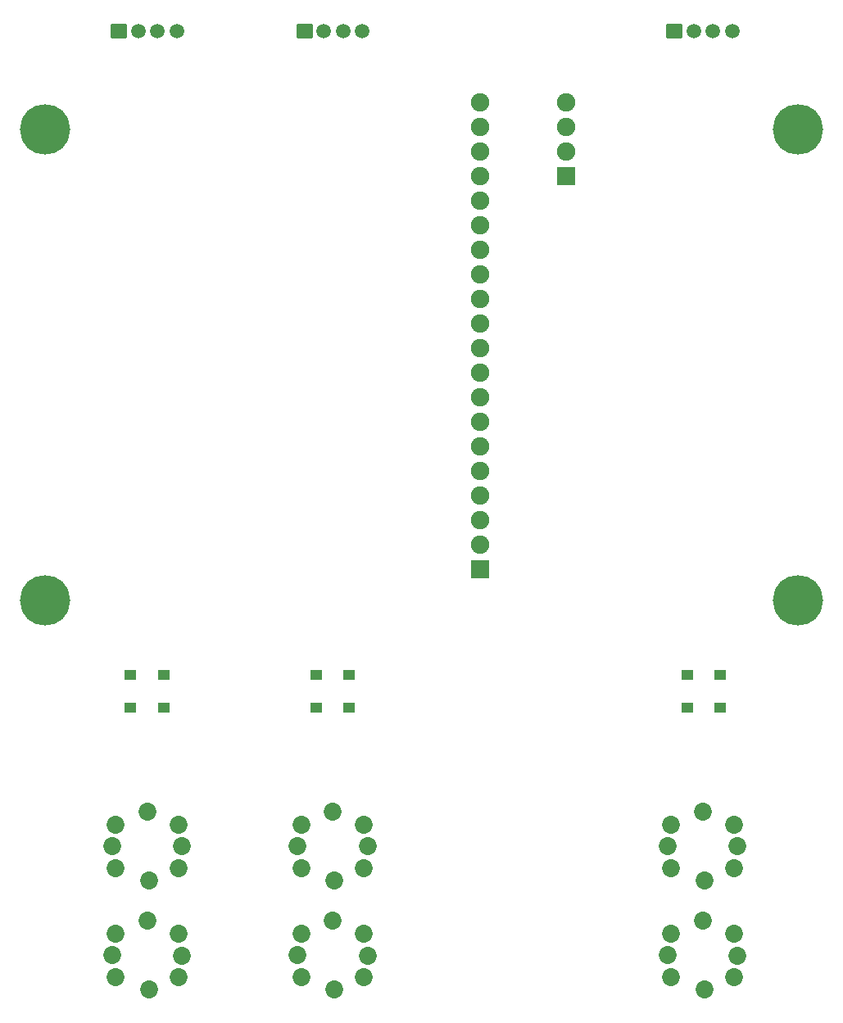
<source format=gts>
G04 Layer: TopSolderMaskLayer*
G04 EasyEDA v6.5.29, 2023-07-18 10:59:27*
G04 edb8639753f2491aa550edbca108bfa0,5a6b42c53f6a479593ecc07194224c93,10*
G04 Gerber Generator version 0.2*
G04 Scale: 100 percent, Rotated: No, Reflected: No *
G04 Dimensions in millimeters *
G04 leading zeros omitted , absolute positions ,4 integer and 5 decimal *
%FSLAX45Y45*%
%MOMM*%

%AMMACRO1*1,1,$1,$2,$3*1,1,$1,$4,$5*1,1,$1,0-$2,0-$3*1,1,$1,0-$4,0-$5*20,1,$1,$2,$3,$4,$5,0*20,1,$1,$4,$5,0-$2,0-$3,0*20,1,$1,0-$2,0-$3,0-$4,0-$5,0*20,1,$1,0-$4,0-$5,$2,$3,0*4,1,4,$2,$3,$4,$5,0-$2,0-$3,0-$4,0-$5,$2,$3,0*%
%ADD10C,1.9016*%
%ADD11MACRO1,0.1016X0.85X0.9X0.85X-0.9*%
%ADD12MACRO1,0.1016X0.9X-0.9X0.9X0.9*%
%ADD13C,1.8532*%
%ADD14MACRO1,0.1016X0.575X0.475X0.575X-0.475*%
%ADD15C,1.5016*%
%ADD16MACRO1,0.1016X-0.762X0.7X0.762X0.7*%
%ADD17C,5.2032*%

%LPD*%
D10*
G01*
X6021095Y10153192D03*
D11*
G01*
X6021094Y9391192D03*
D10*
G01*
X6021095Y9645192D03*
G01*
X6021095Y9899192D03*
G01*
X5132095Y10153192D03*
D12*
G01*
X5132095Y5327192D03*
D10*
G01*
X5132095Y5581192D03*
G01*
X5132095Y5835192D03*
G01*
X5132095Y6089192D03*
G01*
X5132095Y6343192D03*
G01*
X5132095Y6597192D03*
G01*
X5132095Y6851192D03*
G01*
X5132095Y7105192D03*
G01*
X5132095Y7359192D03*
G01*
X5132095Y7613192D03*
G01*
X5132095Y7867192D03*
G01*
X5132095Y8121192D03*
G01*
X5132095Y8375192D03*
G01*
X5132095Y8629192D03*
G01*
X5132095Y8883192D03*
G01*
X5132095Y9137192D03*
G01*
X5132095Y9391192D03*
G01*
X5132095Y9645192D03*
G01*
X5132095Y9899192D03*
D13*
G01*
X2019300Y2235200D03*
G01*
X1369288Y2235200D03*
G01*
X2019300Y2685211D03*
G01*
X1369288Y2685211D03*
G01*
X1694306Y2820187D03*
G01*
X2054301Y2460193D03*
G01*
X1714500Y2108200D03*
G01*
X1333500Y2463800D03*
G01*
X3937000Y2235200D03*
G01*
X3286988Y2235200D03*
G01*
X3937000Y2685211D03*
G01*
X3286988Y2685211D03*
G01*
X3612006Y2820187D03*
G01*
X3972001Y2460193D03*
G01*
X3632200Y2108200D03*
G01*
X3251200Y2463800D03*
G01*
X7759700Y2235200D03*
G01*
X7109688Y2235200D03*
G01*
X7759700Y2685211D03*
G01*
X7109688Y2685211D03*
G01*
X7434706Y2820187D03*
G01*
X7794701Y2460193D03*
G01*
X7454900Y2108200D03*
G01*
X7073900Y2463800D03*
G01*
X2019300Y1104900D03*
G01*
X1369288Y1104900D03*
G01*
X2019300Y1554911D03*
G01*
X1369288Y1554911D03*
G01*
X1694306Y1689887D03*
G01*
X2054301Y1329893D03*
G01*
X1714500Y977900D03*
G01*
X1333500Y1333500D03*
G01*
X3937000Y1104900D03*
G01*
X3286988Y1104900D03*
G01*
X3937000Y1554911D03*
G01*
X3286988Y1554911D03*
G01*
X3612006Y1689887D03*
G01*
X3972001Y1329893D03*
G01*
X3632200Y977900D03*
G01*
X3251200Y1333500D03*
G01*
X7759700Y1104900D03*
G01*
X7109688Y1104900D03*
G01*
X7759700Y1554911D03*
G01*
X7109688Y1554911D03*
G01*
X7434706Y1689887D03*
G01*
X7794701Y1329893D03*
G01*
X7454900Y977900D03*
G01*
X7073900Y1333500D03*
D14*
G01*
X1866900Y4233240D03*
G01*
X1866900Y3894759D03*
G01*
X3441700Y4233240D03*
G01*
X3441700Y3894759D03*
G01*
X1524000Y4233240D03*
G01*
X1524000Y3894759D03*
G01*
X3784602Y4233240D03*
G01*
X3784602Y3894759D03*
G01*
X7620007Y4233240D03*
G01*
X7620007Y3894759D03*
G01*
X7277105Y4233240D03*
G01*
X7277105Y3894759D03*
D15*
G01*
X3919499Y10883900D03*
G01*
X3719499Y10883900D03*
G01*
X3519500Y10883900D03*
D16*
G01*
X3319500Y10883900D03*
D15*
G01*
X7742199Y10883900D03*
G01*
X7542199Y10883900D03*
G01*
X7342200Y10883900D03*
D16*
G01*
X7142200Y10883900D03*
D15*
G01*
X2001799Y10883900D03*
G01*
X1801799Y10883900D03*
G01*
X1601800Y10883900D03*
D16*
G01*
X1401800Y10883900D03*
D17*
G01*
X8421395Y9873792D03*
G01*
X641400Y9873792D03*
G01*
X8421395Y5003800D03*
G01*
X641400Y5003800D03*
M02*

</source>
